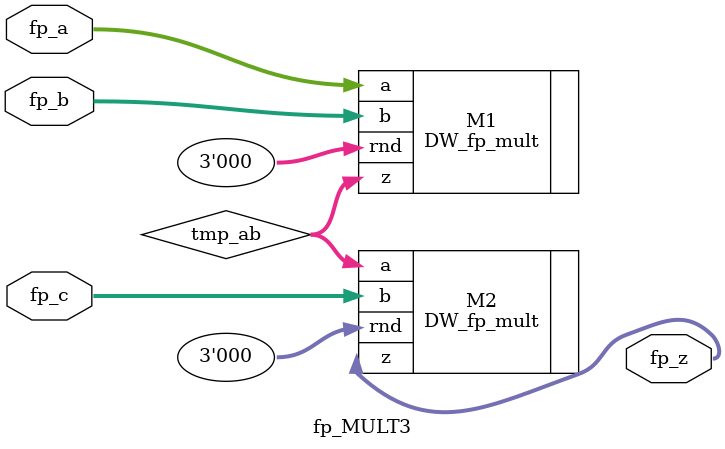
<source format=v>
`include "/usr/synthesis/dw/sim_ver/DW_fp_add.v"
`include "/usr/synthesis/dw/sim_ver/DW_fp_sub.v"
`include "/usr/synthesis/dw/sim_ver/DW_fp_addsub.v"
`include "/usr/synthesis/dw/sim_ver/DW_fp_mult.v"

module NN(
	// Input signals
	clk,
	rst_n,
	in_valid_d,
	in_valid_t,
	in_valid_w1,
	in_valid_w2,
	data_point,
	target,
	weight1,
	weight2,
	// Output signals
	out_valid,
	out
);

//---------------------------------------------------------------------
//   PARAMETER
//---------------------------------------------------------------------

// IEEE floating point paramenters
parameter inst_sig_width = 23;
parameter inst_exp_width = 8;
parameter inst_ieee_compliance = 0;
parameter inst_arch = 2;

//---------------------------------------------------------------------
//   INPUT AND OUTPUT DECLARATION
//---------------------------------------------------------------------
input  clk, rst_n, in_valid_d, in_valid_t, in_valid_w1, in_valid_w2;
input [inst_sig_width+inst_exp_width:0] data_point, target;
input [inst_sig_width+inst_exp_width:0] weight1, weight2;
output reg	out_valid;
output reg [inst_sig_width+inst_exp_width:0] out;

// parameters
reg [inst_sig_width+inst_exp_width:0] lr;
parameter LR = 32'h358637BD;
parameter LR_2 = 32'h350637BD;
parameter LR_4 = 32'h348637BD;
parameter LR_8 = 32'h340637BD;
parameter LR_16 = 32'h338637BD;
parameter LR_32 = 32'h330637BD;
parameter LR_64 = 32'h328637BD;

// parameter LR = 32'h3A83126E;
// parameter LR_2 = 32'h3A83126E;
// parameter LR_4 = 32'h3A83126E;
// parameter LR_8 = 32'h3A83126E;
// parameter LR_16 = 32'h3A83126E;
// parameter LR_32 = 32'h3A83126E;
// parameter LR_64 = 32'h3A83126E;
integer I;
reg [5:0] state, cnt;

//---------------------------------------------------------------------
//   WIRE AND REG DECLARATION
//---------------------------------------------------------------------
reg [inst_sig_width+inst_exp_width:0] w_L1[0:11], w_L2[0:2], DATA_POINT[0:3], TARGET;
wire [inst_sig_width+inst_exp_width:0] update_tmp10_w[0:3], update_tmp11_w[0:3], update_tmp12_w[0:3], update_tmp2_w[0:2];

reg [inst_sig_width+inst_exp_width:0] h1_0_x[0:3], h1_1_x[0:3], h1_2_x[0:3];
wire [inst_sig_width+inst_exp_width:0] h1_0_x_w[0:3], h1_1_x_w[0:3], h1_2_x_w[0:3];

reg [inst_sig_width+inst_exp_width:0] h1_0, h1_1, h1_2;
wire [inst_sig_width+inst_exp_width:0] h1_0_w, h1_1_w, h1_2_w;

reg [inst_sig_width+inst_exp_width:0] h2_0, h2_1, h2_2;
wire [inst_sig_width+inst_exp_width:0] h2_0_w, h2_1_w, h2_2_w;

reg [inst_sig_width+inst_exp_width:0] y1_0, y1_1, y1_2, y2;
wire [inst_sig_width+inst_exp_width:0] y1_0_w, y1_1_w, y1_2_w, y2_w;

reg [inst_sig_width+inst_exp_width:0] er2, er1[0:2];
wire [inst_sig_width+inst_exp_width:0] er2_w, er1_w[0:2];

reg [inst_sig_width+inst_exp_width:0] w2er2[0:2];
wire [inst_sig_width+inst_exp_width:0] w2er2_w[0:2];

reg [inst_sig_width+inst_exp_width:0] fix2[0:2], fix1_0[0:3], fix1_1[0:3], fix1_2[0:3];
wire [inst_sig_width+inst_exp_width:0] fix2_w[0:2], fix1_0_w[0:3], fix1_1_w[0:3], fix1_2_w[0:3];

reg [9:0] epoch, iter;
//---------------------------------------------------------------------
//   DesignWare
//---------------------------------------------------------------------

//Input weight 1
always @(posedge clk or negedge rst_n) begin
	if (!rst_n) begin
		for (I = 0; I < 12; I = I + 1)
			w_L1[I] <= 0;
	end
	else if (in_valid_w1 == 1)begin
		w_L1[11] <= weight1;
		for (I = 0; I < 11; I = I + 1)
			w_L1[I] <= w_L1[I+1];
	end
	
	else begin
		if ((state == 10) && (in_valid_w1 == 0)) begin
			w_L1[0] <= update_tmp10_w[0];
			w_L1[1] <= update_tmp10_w[1];
			w_L1[2] <= update_tmp10_w[2];
			w_L1[3] <= update_tmp10_w[3];
			w_L1[4] <= update_tmp11_w[0];
			w_L1[5] <= update_tmp11_w[1];
			w_L1[6] <= update_tmp11_w[2];
			w_L1[7] <= update_tmp11_w[3];
			w_L1[8] <= update_tmp12_w[0];
			w_L1[9] <= update_tmp12_w[1];
			w_L1[10] <= update_tmp12_w[2];
			w_L1[11] <= update_tmp12_w[3];
		end
		else begin
		
		end
	end

end

//Input weight 2
always @(posedge clk or negedge rst_n) begin
	if (!rst_n) begin
		for (I = 0; I < 3; I = I + 1)
			w_L2[I] <= 0;
	end
	else if (in_valid_w2 == 1)begin
		w_L2[2] <= weight2;
		for (I = 0; I < 2; I = I + 1)
			w_L2[I] <= w_L2[I+1];
	end
	else begin
		if ((state == 10) && (in_valid_w1 == 0)) begin
			w_L2[0] <= update_tmp2_w[0];
			w_L2[1] <= update_tmp2_w[1];
			w_L2[2] <= update_tmp2_w[2];
		end
		else begin
		
		end
	end

end

//Input data point count
always @(posedge clk or negedge rst_n) begin
	if (!rst_n) begin
		cnt <= 0;
	end
	else if (in_valid_d == 1)begin
		cnt <= cnt + 1;
	end
	else begin
		cnt <= 0;
	end

end

//iter
always @(posedge clk or negedge rst_n) begin
	if (!rst_n) begin
		iter <= 0;
	end
	else if ((iter == 100) && (cnt == 4))begin
		iter <= 1;
	end
	else if (cnt == 4)begin
		// $display ("iter : ",iter+1);
		iter <= iter + 1;
	end
	else begin

	end

end

//epoch
always @(posedge clk or negedge rst_n) begin
	if (!rst_n) begin
		epoch <= 0;
	end
	else if ((iter == 100) && (in_valid_t == 1))begin
		$display ("epoch : ",epoch+1);
		epoch <= epoch + 1;
	end
	else if (epoch == 25)begin
		epoch <= 0;
	end
	else begin
	end
end

//lr
always @(posedge clk or negedge rst_n) begin
	if (!rst_n) begin
		lr <= LR;
	end
	else if (epoch == 4)begin
		lr <= LR_2;
	end
	else if (epoch == 8)begin
		lr <= LR_4;
	end
	else if (epoch == 12)begin
		lr <= LR_8;
	end
	else if (epoch == 16)begin
		lr <= LR_16;
	end
	else if (epoch == 20)begin
		lr <= LR_32;
	end
	else if (epoch == 24)begin
		lr <= LR_64;
	end
	else begin 
		if (epoch == 25)begin
				lr <= LR;
		end
	end
end

//Input data point
always @(posedge clk or negedge rst_n) begin
	if (!rst_n) begin
		for (I = 0; I < 4; I = I + 1)
			DATA_POINT[I] <= 0;
	end
	else if (in_valid_d == 1)begin
		DATA_POINT[cnt] <= data_point;
	end
	else begin
	
	end

end

//Input target
always @(posedge clk or negedge rst_n) begin
	if (!rst_n) begin
		TARGET <= 0;
	end
	else if (in_valid_t == 1)begin
		TARGET <= target;
	end
	else begin
	
	end

end

//state
always @(posedge clk or negedge rst_n) begin
	if (!rst_n) begin
		state <= 0;
	end
	else if (cnt == 4)begin
		state <= 1;
	end
	else if (in_valid_d == 1)begin
		state <= 0;
	end
	else if (state != 0)begin
		if (state < 10)
			state <= state + 1;
		else begin
			state <= 0;
		end

	end
	else begin
	
	end
	

end


// out_valid
always @(posedge clk or negedge rst_n) begin
	if (!rst_n) begin
		out_valid <= 0;
	end
	else if ((state == 7) && (in_valid_w1 == 0) && (in_valid_w2 == 0))begin
		out_valid <= 1;
	end
	else begin
		out_valid <= 0;
	end

end

// out
always @(posedge clk or negedge rst_n) begin
	if (!rst_n) begin
		out <= 0;
	end
	else if ((state == 7) && (in_valid_w1 == 0) && (in_valid_w2 == 0))begin
		out <= y2;
		// y2 <= 0;
	end
	else begin
		out <= 0;
	end

end

genvar i;
// state 1
generate
for (i = 0; i < 4; i = i + 1)begin
	fp_MULT2 mu_0_x(.fp_a(w_L1[i]), .fp_b(DATA_POINT[i]), .fp_z(h1_0_x_w[i]));
	fp_MULT2 mu_1_x(.fp_a(w_L1[i+4]), .fp_b(DATA_POINT[i]), .fp_z(h1_1_x_w[i]));
	fp_MULT2 mu_2_x(.fp_a(w_L1[i+8]), .fp_b(DATA_POINT[i]), .fp_z(h1_2_x_w[i]));
end
endgenerate
always @(posedge clk or negedge rst_n) begin
	if (!rst_n) begin
		for (I = 0; I < 4; I = I + 1)begin
			h1_0_x[I] <= 0;
			h1_1_x[I] <= 0;
			h1_2_x[I] <= 0;
		end
	end
	else begin
		if (state == 1) begin
			for (I = 0; I < 4; I = I + 1)begin
				h1_0_x[I] <= h1_0_x_w[I];
				h1_1_x[I] <= h1_1_x_w[I];
				h1_2_x[I] <= h1_2_x_w[I];
			end
		end
		else if (state == 0) begin
				for (I = 0; I < 4; I = I + 1)begin
					h1_0_x[I] <= 0;
					h1_1_x[I] <= 0;
					h1_2_x[I] <= 0;
				end
		end
		else begin
		
		end
	end
end

// state 2
fp_add4 ADD4h_0_x(.fp_a(h1_0_x[0]), .fp_b(h1_0_x[1]), .fp_c(h1_0_x[2]), .fp_d(h1_0_x[3]), .fp_z(h1_0_w));
fp_add4 ADD4h_1_x(.fp_a(h1_1_x[0]), .fp_b(h1_1_x[1]), .fp_c(h1_1_x[2]), .fp_d(h1_1_x[3]), .fp_z(h1_1_w));
fp_add4 ADD4h_2_x(.fp_a(h1_2_x[0]), .fp_b(h1_2_x[1]), .fp_c(h1_2_x[2]), .fp_d(h1_2_x[3]), .fp_z(h1_2_w));

always @(posedge clk or negedge rst_n) begin
	if (!rst_n) begin
		h1_0 <= 0;
		h1_1 <= 0;
		h1_2 <= 0;
	end
	else begin
		if (state == 2) begin
			h1_0 <= h1_0_w;
			h1_1 <= h1_1_w;
			h1_2 <= h1_2_w;
		end
		else if (state == 0) begin
				h1_0 <= 0;
				h1_1 <= 0;
				h1_2 <= 0;
		end
		else begin
		
		end
	end
end

// state 3
assign y1_0_w = (h1_0[31] == 1'b1) ? 0:h1_0;
assign y1_1_w = (h1_1[31] == 1'b1) ? 0:h1_1;
assign y1_2_w = (h1_2[31] == 1'b1) ? 0:h1_2;

always @(posedge clk or negedge rst_n) begin
	if (!rst_n) begin
		y1_0 <= 0;
		y1_1 <= 0;
		y1_2 <= 0;
	end
	else begin
		if (state == 3) begin
			y1_0 <= y1_0_w;
			y1_1 <= y1_1_w;
			y1_2 <= y1_2_w;
		end
		else if (state == 0) begin
				y1_0 <= 0;
				y1_1 <= 0;
				y1_2 <= 0;
		end
		else begin
		
		end
	end
end

//state 4
fp_MULT2 muy_10w20(.fp_a(w_L2[0]), .fp_b(y1_0), .fp_z(h2_0_w));
fp_MULT2 muy_11w21(.fp_a(w_L2[1]), .fp_b(y1_1), .fp_z(h2_1_w));
fp_MULT2 muy_12w22(.fp_a(w_L2[2]), .fp_b(y1_2), .fp_z(h2_2_w));
always @(posedge clk or negedge rst_n) begin
	if (!rst_n) begin
		h2_0 <= 0;
		h2_1 <= 0;
		h2_2 <= 0;
	end
	else begin
		if (state == 4) begin
			h2_0 <= h2_0_w;
			h2_1 <= h2_1_w;
			h2_2 <= h2_2_w;
		end
		else if (state == 0) begin
				h2_0 <= 0;
				h2_1 <= 0;
				h2_2 <= 0;
		end
		else begin
		
		end
	end
end

//state 5
fp_add3 addh2(.fp_a(h2_0), .fp_b(h2_1), .fp_c(h2_2), .fp_z(y2_w));
always @(posedge clk or negedge rst_n) begin
	if (!rst_n) begin
		y2 <= 0;
	end
	else begin
		if (state == 5) begin
			y2 <= y2_w;
		end
		else if (state == 0) begin
				y2 <= 0;
		end
		else begin
		
		end
	end
end

//state 6
fp_sub2 SUBy2target(.fp_a(y2), .fp_b(TARGET), .fp_z(er2_w));
always @(posedge clk or negedge rst_n) begin
	if (!rst_n) begin
		er2 <= 0;
	end
	else begin
		if (state == 6) begin
			er2 <= er2_w;
		end
		else if (state == 0) begin
				er2 <= 0;
		end
		else begin
		
		end
	end
end

//state 7
generate
for (i = 0; i < 3; i = i + 1)begin
	fp_MULT2 muer2w00(.fp_a(w_L2[i]), .fp_b(er2), .fp_z(w2er2_w[i]));
end
endgenerate
always @(posedge clk or negedge rst_n) begin
	if (!rst_n) begin
		for (I = 0; I < 3; I = I + 1)begin
			w2er2[I] <= 0;
		end
	end
	else begin
		if (state == 7) begin
			for (I = 0; I < 3; I = I + 1)begin
				w2er2[I] <= w2er2_w[I];
			end
		end
		else if (state == 0) begin
				for (I = 0; I < 3; I = I + 1)begin
					w2er2[I] <= 0;
				end
		end
		else begin
		
		end
	end
end

//state 8
assign er1_w[0] = (h1_0[31] == 1'b1) ? 0 : w2er2[0];
assign er1_w[1] = (h1_1[31] == 1'b1) ? 0 : w2er2[1];
assign er1_w[2] = (h1_2[31] == 1'b1) ? 0 : w2er2[2];
always @(posedge clk or negedge rst_n) begin
	if (!rst_n) begin
		for (I = 0; I < 3; I = I + 1)begin
			er1[I] <= 0;
		end

	end
	else begin
		if (state == 8) begin
			for (I = 0; I < 3; I = I + 1)begin
				er1[I] <= er1_w[I];
			end
		end
		else if (state == 0) begin
				for (I = 0; I < 3; I = I + 1)begin
					er1[I] <= 0;
				end
		end
		else begin
		
		end
	end
end

//state 9
fp_MULT3 muerlr_h10_er2(.fp_a(lr), .fp_b(y1_0), .fp_c(er2), .fp_z(fix2_w[0]));
fp_MULT3 muerlr_h11_er2(.fp_a(lr), .fp_b(y1_1), .fp_c(er2), .fp_z(fix2_w[1]));
fp_MULT3 muerlr_h12_er2(.fp_a(lr), .fp_b(y1_2), .fp_c(er2), .fp_z(fix2_w[2]));

// fp_MULT2 muerlr_h10(.fp_a(lr), .fp_b(y1_0), .fp_z(tmp2_w[0]));
// fp_MULT2 muerlr_h11(.fp_a(lr), .fp_b(y1_1), .fp_z(tmp2_w[1]));
// fp_MULT2 muerlr_h12(.fp_a(lr), .fp_b(y1_2), .fp_z(tmp2_w[2]));

generate
for (i = 0; i < 4; i = i + 1)begin
	fp_MULT3 mu_er10_data(.fp_a(er1[0]), .fp_b(DATA_POINT[i]), .fp_c(lr), .fp_z(fix1_0_w[i]));
	fp_MULT3 mu_er11_data(.fp_a(er1[1]), .fp_b(DATA_POINT[i]), .fp_c(lr), .fp_z(fix1_1_w[i]));
	fp_MULT3 mu_er12_data(.fp_a(er1[2]), .fp_b(DATA_POINT[i]), .fp_c(lr), .fp_z(fix1_2_w[i]));
end
endgenerate

always @(posedge clk or negedge rst_n) begin
	if (!rst_n) begin
		for (I = 0; I < 3; I = I + 1)begin
			fix2[I] <= 0;
		end
		for (I = 0; I < 4; I = I + 1)begin
			fix1_0[I] <= 0;
			fix1_1[I] <= 0;
			fix1_2[I] <= 0;
		end

	end
	else begin
		if (state == 9) begin
			for (I = 0; I < 3; I = I + 1)begin
				fix2[I] <= fix2_w[I];
			end
			for (I = 0; I < 4; I = I + 1)begin
				fix1_0[I] <= fix1_0_w[I];
				fix1_1[I] <= fix1_1_w[I];
				fix1_2[I] <= fix1_2_w[I];
			end
		end
		else if (state == 0) begin
				for (I = 0; I < 3; I = I + 1)begin
					fix2[I] <= 0;
				end
				for (I = 0; I < 4; I = I + 1)begin
					fix1_0[I] <= 0;
					fix1_1[I] <= 0;
					fix1_2[I] <= 0;
				end
		end
		else begin
		
		end
	end
end

// always @(posedge clk or negedge rst_n) begin
// 	if (!rst_n) begin
// 		for (I = 0; I < 3; I = I + 1)begin
// 			tmp2[I] <= 0;
// 		end
// 		for (I = 0; I < 4; I = I + 1)begin
// 			fix1_0tmp[I] <= 0;
// 			fix1_1tmp[I] <= 0;
// 			fix1_2tmp[I] <= 0;
// 		end

// 	end
// 	else begin
// 		if (state == 9) begin
// 			for (I = 0; I < 3; I = I + 1)begin
// 				tmp2[I] <= tmp2_w[I];
// 			end
// 			for (I = 0; I < 4; I = I + 1)begin
// 				fix1_0tmp[I] <= fix1_0tmp_w[I];
// 				fix1_1tmp[I] <= fix1_1tmp_w[I];
// 				fix1_2tmp[I] <= fix1_2tmp_w[I];
// 			end
// 		end
// 		else if (state == 0) begin
// 				for (I = 0; I < 3; I = I + 1)begin
// 					tmp2[I] <= 0;
// 				end
// 				for (I = 0; I < 4; I = I + 1)begin
// 					fix1_0tmp[I] <= 0;
// 					fix1_1tmp[I] <= 0;
// 					fix1_2tmp[I] <= 0;
// 				end
// 		end
// 		else begin
		
// 		end
// 	end
// end

//state 10
// fp_MULT2 muerl_h10(.fp_a(tmp2[0]), .fp_b(er2), .fp_z(fix2_w[0]));
// fp_MULT2 muerl_h11(.fp_a(tmp2[1]), .fp_b(er2), .fp_z(fix2_w[1]));
// fp_MULT2 muerl_h12(.fp_a(tmp2[2]), .fp_b(er2), .fp_z(fix2_w[2]));


// generate
// for (i = 0; i < 4; i = i + 1)begin
// 	fp_MULT2 mu_er10_data_lr(.fp_a(fix1_0tmp[i]), .fp_b(lr), .fp_z(fix1_0_w[i]));
// 	fp_MULT2 mu_er11_data_lr(.fp_a(fix1_1tmp[i]), .fp_b(lr), .fp_z(fix1_1_w[i]));
// 	fp_MULT2 mu_er12_data_lr(.fp_a(fix1_2tmp[i]), .fp_b(lr), .fp_z(fix1_2_w[i]));
// end
// endgenerate

// always @(posedge clk or negedge rst_n) begin
// 	if (!rst_n) begin
// 		for (I = 0; I < 3; I = I + 1)begin
// 			fix2[I] <= 0;
// 		end
// 		for (I = 0; I < 4; I = I + 1)begin
// 			fix1_0[I] <= 0;
// 			fix1_1[I] <= 0;
// 			fix1_2[I] <= 0;
// 		end

// 	end
// 	else begin
// 		if (state == 10) begin
// 			for (I = 0; I < 3; I = I + 1)begin
// 				fix2[I] <= fix2_w[I];
// 			end
// 			for (I = 0; I < 4; I = I + 1)begin
// 				fix1_0[I] <= fix1_0_w[I];
// 				fix1_1[I] <= fix1_1_w[I];
// 				fix1_2[I] <= fix1_2_w[I];
// 			end
// 		end
// 		else if (state == 0) begin
// 				for (I = 0; I < 3; I = I + 1)begin
// 					fix2[I] <= 0;
// 				end
// 				for (I = 0; I < 4; I = I + 1)begin
// 					fix1_0[I] <= 0;
// 					fix1_1[I] <= 0;
// 					fix1_2[I] <= 0;
// 				end
// 		end
// 		else begin
		
// 		end
// 	end
// end

//state 10
generate
for (i = 0; i < 4; i = i + 1)begin
	fp_sub2 SUb_w1_0(.fp_a(w_L1[i]), .fp_b(fix1_0[i]), .fp_z(update_tmp10_w[i]));
	fp_sub2 SUb_w1_1(.fp_a(w_L1[i+4]), .fp_b(fix1_1[i]), .fp_z(update_tmp11_w[i]));
	fp_sub2 SUb_w1_2(.fp_a(w_L1[i+8]), .fp_b(fix1_2[i]), .fp_z(update_tmp12_w[i]));
end
endgenerate

generate
for (i = 0; i < 3; i = i + 1)begin
	fp_sub2 SUb_w2_0(.fp_a(w_L2[i]), .fp_b(fix2[i]), .fp_z(update_tmp2_w[i]));
end
endgenerate

endmodule



// mut 2 fp
module fp_MULT2(fp_a, fp_b, fp_z);

parameter inst_sig_width = 23;
parameter inst_exp_width = 8;
parameter inst_ieee_compliance = 0;
parameter inst_arch = 2;

input [inst_sig_width+inst_exp_width:0] fp_a, fp_b;
output [inst_sig_width+inst_exp_width:0] fp_z;

DW_fp_mult #(inst_sig_width, inst_exp_width, inst_ieee_compliance)
	M1 (.a(fp_a), .b(fp_b), .rnd(3'b000), .z(fp_z));
endmodule

// add 2 fp
module fp_add2(fp_a, fp_b, fp_z);

parameter inst_sig_width = 23;
parameter inst_exp_width = 8;
parameter inst_ieee_compliance = 0;
parameter inst_arch = 2;

input [inst_sig_width+inst_exp_width:0] fp_a, fp_b;
output [inst_sig_width+inst_exp_width:0] fp_z;

DW_fp_add #(inst_sig_width, inst_exp_width, inst_ieee_compliance)
	A1 (.a(fp_a), .b(fp_b), .rnd(3'b000), .z(fp_z));
endmodule

// add 3 fp
module fp_add3(fp_a, fp_b, fp_c, fp_z);

parameter inst_sig_width = 23;
parameter inst_exp_width = 8;
parameter inst_ieee_compliance = 0;
parameter inst_arch = 2;

input [inst_sig_width+inst_exp_width:0] fp_a, fp_b, fp_c;
output [inst_sig_width+inst_exp_width:0] fp_z;

wire [inst_sig_width+inst_exp_width:0] tmp_ab;

DW_fp_add #(inst_sig_width, inst_exp_width, inst_ieee_compliance)
	A1 (.a(fp_a), .b(fp_b), .rnd(3'b000), .z(tmp_ab));

DW_fp_add #(inst_sig_width, inst_exp_width, inst_ieee_compliance)
	A2 (.a(tmp_ab), .b(fp_c), .rnd(3'b000), .z(fp_z));

endmodule

// add 4 fp
module fp_add4(fp_a, fp_b, fp_c, fp_d, fp_z);

parameter inst_sig_width = 23;
parameter inst_exp_width = 8;
parameter inst_ieee_compliance = 0;
parameter inst_arch = 2;

input [inst_sig_width+inst_exp_width:0] fp_a, fp_b, fp_c, fp_d;
output [inst_sig_width+inst_exp_width:0] fp_z;

wire [inst_sig_width+inst_exp_width:0] tmp_ab, tmp_abc;

DW_fp_add #(inst_sig_width, inst_exp_width, inst_ieee_compliance)
	A1 (.a(fp_a), .b(fp_b), .rnd(3'b000), .z(tmp_ab));

DW_fp_add #(inst_sig_width, inst_exp_width, inst_ieee_compliance)
	A2 (.a(tmp_ab), .b(fp_c), .rnd(3'b000), .z(tmp_abc));

DW_fp_add #(inst_sig_width, inst_exp_width, inst_ieee_compliance)
	A3 (.a(tmp_abc), .b(fp_d), .rnd(3'b000), .z(fp_z));

endmodule

// sub 2 fp
module fp_sub2(fp_a, fp_b, fp_z);

parameter inst_sig_width = 23;
parameter inst_exp_width = 8;
parameter inst_ieee_compliance = 0;
parameter inst_arch = 2;

input [inst_sig_width+inst_exp_width:0] fp_a, fp_b;
output [inst_sig_width+inst_exp_width:0] fp_z;

DW_fp_sub #(inst_sig_width, inst_exp_width, inst_ieee_compliance)
	S1 (.a(fp_a), .b(fp_b), .rnd(3'b000), .z(fp_z));
endmodule

// mu 3 fp
module fp_MULT3(fp_a, fp_b, fp_c, fp_z);

parameter inst_sig_width = 23;
parameter inst_exp_width = 8;
parameter inst_ieee_compliance = 0;
parameter inst_arch = 2;

input [inst_sig_width+inst_exp_width:0] fp_a, fp_b, fp_c;
output [inst_sig_width+inst_exp_width:0] fp_z;

wire [inst_sig_width+inst_exp_width:0] tmp_ab;

DW_fp_mult #(inst_sig_width, inst_exp_width, inst_ieee_compliance)
	M1 (.a(fp_a), .b(fp_b), .rnd(3'b000), .z(tmp_ab) );

DW_fp_mult #(inst_sig_width, inst_exp_width, inst_ieee_compliance)
	M2 (.a(tmp_ab), .b(fp_c), .rnd(3'b000), .z(fp_z));

endmodule


</source>
